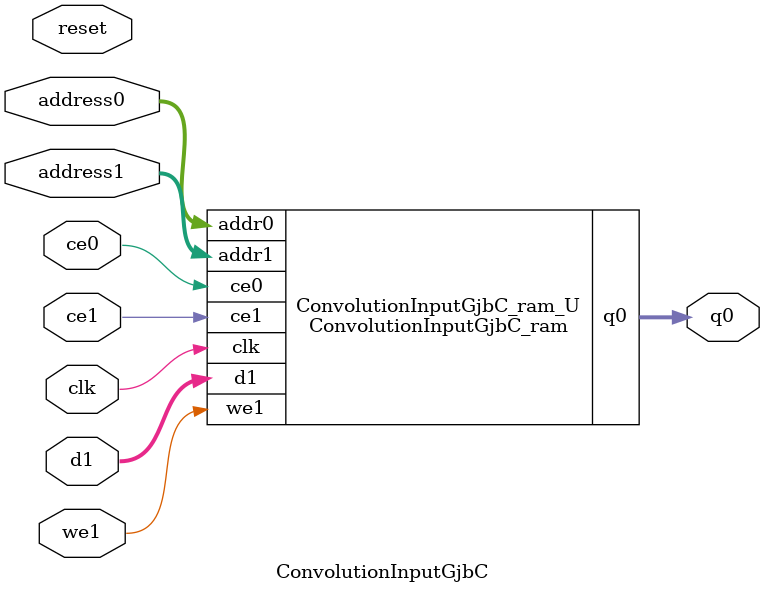
<source format=v>

`timescale 1 ns / 1 ps
module ConvolutionInputGjbC_ram (addr0, ce0, q0, addr1, ce1, d1, we1,  clk);

parameter DWIDTH = 64;
parameter AWIDTH = 6;
parameter MEM_SIZE = 60;

input[AWIDTH-1:0] addr0;
input ce0;
output reg[DWIDTH-1:0] q0;
input[AWIDTH-1:0] addr1;
input ce1;
input[DWIDTH-1:0] d1;
input we1;
input clk;

reg [DWIDTH-1:0] ram[0:MEM_SIZE-1];




always @(posedge clk)  
begin 
    if (ce0) 
    begin
            q0 <= ram[addr0];
    end
end


always @(posedge clk)  
begin 
    if (ce1) 
    begin
        if (we1) 
        begin 
            ram[addr1] <= d1; 
        end 
    end
end


endmodule


`timescale 1 ns / 1 ps
module ConvolutionInputGjbC(
    reset,
    clk,
    address0,
    ce0,
    q0,
    address1,
    ce1,
    we1,
    d1);

parameter DataWidth = 32'd64;
parameter AddressRange = 32'd60;
parameter AddressWidth = 32'd6;
input reset;
input clk;
input[AddressWidth - 1:0] address0;
input ce0;
output[DataWidth - 1:0] q0;
input[AddressWidth - 1:0] address1;
input ce1;
input we1;
input[DataWidth - 1:0] d1;



ConvolutionInputGjbC_ram ConvolutionInputGjbC_ram_U(
    .clk( clk ),
    .addr0( address0 ),
    .ce0( ce0 ),
    .q0( q0 ),
    .addr1( address1 ),
    .ce1( ce1 ),
    .we1( we1 ),
    .d1( d1 ));

endmodule


</source>
